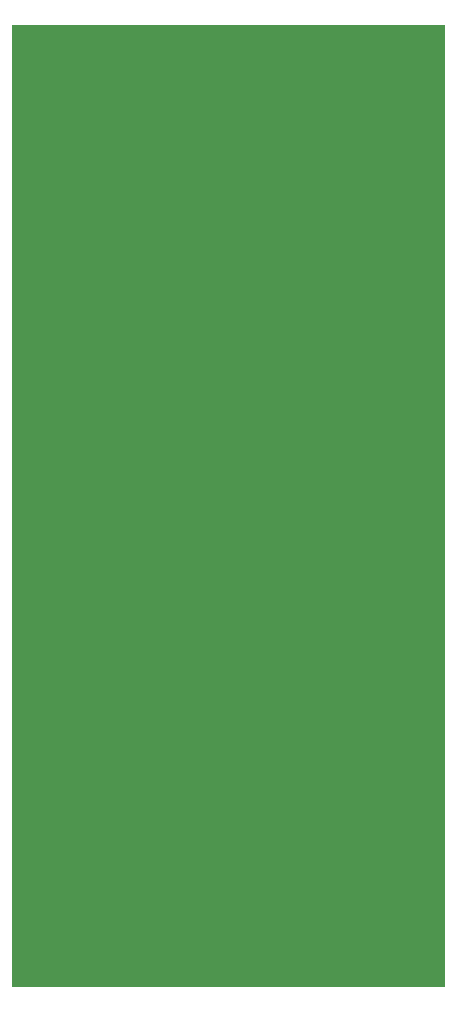
<source format=gbr>
G04 DipTrace 2.4.0.2*
%INBoard.gbr*%
%MOIN*%
%ADD11C,0.0055*%
%FSLAX44Y44*%
G04*
G70*
G90*
G75*
G01*
%LNBoardPoly*%
%LPD*%
G36*
X3940Y36006D2*
D11*
X18382D1*
Y3940D1*
X3940D1*
Y36006D1*
G37*
M02*

</source>
